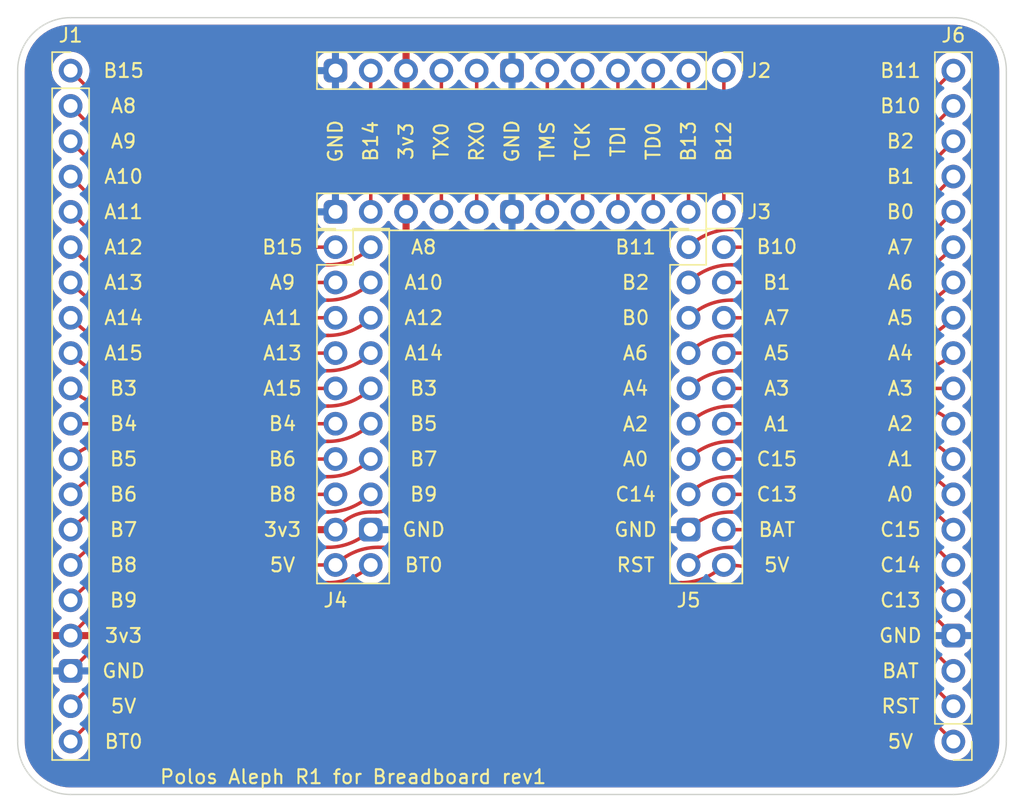
<source format=kicad_pcb>
(kicad_pcb (version 20211014) (generator pcbnew)
  (layers (0 "F.Cu" signal) (31 "B.Cu" signal) (34 "B.Paste" user) (35 "F.Paste" user) (36 "B.SilkS" user "B.Silkscreen") (37 "F.SilkS" user "F.Silkscreen") (38 "B.Mask" user) (39 "F.Mask" user) (44 "Edge.Cuts" user))
  (net 0 "")
  (net 1 "B15")
  (net 2 "A8")
  (net 3 "A9")
  (net 4 "A10")
  (net 5 "A11")
  (net 6 "A12")
  (net 7 "A13")
  (net 8 "A14")
  (net 9 "A15")
  (net 10 "B3")
  (net 11 "B4")
  (net 12 "B5")
  (net 13 "B6")
  (net 14 "B7")
  (net 15 "B8")
  (net 16 "B9")
  (net 17 "3v3")
  (net 18 "GND")
  (net 19 "5V")
  (net 20 "BT0")
  (net 21 "B12")
  (net 22 "B13")
  (net 23 "TDO")
  (net 24 "TDI")
  (net 25 "TCK")
  (net 26 "TMS")
  (net 27 "RX0")
  (net 28 "TX0")
  (net 29 "B14")
  (net 30 "B11")
  (net 31 "B10")
  (net 32 "B2")
  (net 33 "B1")
  (net 34 "B0")
  (net 35 "A7")
  (net 36 "A6")
  (net 37 "A5")
  (net 38 "A4")
  (net 39 "A3")
  (net 40 "A2")
  (net 41 "A1")
  (net 42 "A0")
  (net 43 "C15")
  (net 44 "C14")
  (net 45 "C13")
  (net 46 "BAT")
  (net 47 "RST")
  (footprint "Connector_PinHeader_2.54mm:PinHeader_1x12_P2.54mm_Vertical" (layer "F.Cu") (at 129.54 63.5 -90)
    (fp_text reference "J2" (at 0 -2.54) (layer "F.SilkS"))
    (fp_text value "Conn_01x12")
    (fp_line (start 1.33 1.27) (end 1.33 29.27) (layer "F.SilkS") (width 0.12))
    (fp_line (start -1.33 -1.33) (end 0 -1.33) (layer "F.SilkS") (width 0.12))
    (fp_line (start -1.33 0) (end -1.33 -1.33) (layer "F.SilkS") (width 0.12))
    (fp_line (start -1.33 29.27) (end 1.33 29.27) (layer "F.SilkS") (width 0.12))
    (fp_line (start -1.33 1.27) (end -1.33 29.27) (layer "F.SilkS") (width 0.12))
    (fp_line (start -1.33 1.27) (end 1.33 1.27) (layer "F.SilkS") (width 0.12))
    (pad "1" thru_hole circle (at 0 0 270) (size 1.7 1.7) (drill 1) (layers *.Cu *.Mask) (net 21 "B12"))
    (pad "2" thru_hole oval (at 0 2.54 270) (size 1.7 1.7) (drill 1) (layers *.Cu *.Mask) (net 22 "B13"))
    (pad "3" thru_hole oval (at 0 5.08 270) (size 1.7 1.7) (drill 1) (layers *.Cu *.Mask) (net 23 "TDO"))
    (pad "4" thru_hole oval (at 0 7.62 270) (size 1.7 1.7) (drill 1) (layers *.Cu *.Mask) (net 24 "TDI"))
    (pad "5" thru_hole oval (at 0 10.16 270) (size 1.7 1.7) (drill 1) (layers *.Cu *.Mask) (net 25 "TCK"))
    (pad "6" thru_hole oval (at 0 12.7 270) (size 1.7 1.7) (drill 1) (layers *.Cu *.Mask) (net 26 "TMS"))
    (pad "7" thru_hole roundrect (at 0 15.24 270) (size 1.7 1.7) (drill 1) (layers *.Cu *.Mask) (net 18 "GND"))
    (pad "8" thru_hole oval (at 0 17.78 270) (size 1.7 1.7) (drill 1) (layers *.Cu *.Mask) (net 27 "RX0"))
    (pad "9" thru_hole oval (at 0 20.32 270) (size 1.7 1.7) (drill 1) (layers *.Cu *.Mask) (net 28 "TX0"))
    (pad "10" thru_hole oval (at 0 22.86 270) (size 1.7 1.7) (drill 1) (layers *.Cu *.Mask) (net 17 "3v3"))
    (pad "11" thru_hole oval (at 0 25.4 270) (size 1.7 1.7) (drill 1) (layers *.Cu *.Mask) (net 29 "B14"))
    (pad "12" thru_hole roundrect (at 0 27.94 270) (size 1.7 1.7) (drill 1) (layers *.Cu *.Mask) (net 18 "GND"))
  )
  (footprint "Connector_PinHeader_2.54mm:PinHeader_1x12_P2.54mm_Vertical" (layer "F.Cu") (at 129.54 73.66 -90)
    (fp_text reference "J3" (at 0 -2.54) (layer "F.SilkS"))
    (fp_text value "Conn_01x12")
    (fp_line (start -1.33 1.27) (end 1.33 1.27) (layer "F.SilkS") (width 0.12))
    (fp_line (start -1.33 0) (end -1.33 -1.33) (layer "F.SilkS") (width 0.12))
    (fp_line (start -1.33 1.27) (end -1.33 29.27) (layer "F.SilkS") (width 0.12))
    (fp_line (start 1.33 1.27) (end 1.33 29.27) (layer "F.SilkS") (width 0.12))
    (fp_line (start -1.33 29.27) (end 1.33 29.27) (layer "F.SilkS") (width 0.12))
    (fp_line (start -1.33 -1.33) (end 0 -1.33) (layer "F.SilkS") (width 0.12))
    (pad "1" thru_hole circle (at 0 0 270) (size 1.7 1.7) (drill 1) (layers *.Cu *.Mask) (net 21 "B12"))
    (pad "2" thru_hole oval (at 0 2.54 270) (size 1.7 1.7) (drill 1) (layers *.Cu *.Mask) (net 22 "B13"))
    (pad "3" thru_hole oval (at 0 5.08 270) (size 1.7 1.7) (drill 1) (layers *.Cu *.Mask) (net 23 "TDO"))
    (pad "4" thru_hole oval (at 0 7.62 270) (size 1.7 1.7) (drill 1) (layers *.Cu *.Mask) (net 24 "TDI"))
    (pad "5" thru_hole oval (at 0 10.16 270) (size 1.7 1.7) (drill 1) (layers *.Cu *.Mask) (net 25 "TCK"))
    (pad "6" thru_hole oval (at 0 12.7 270) (size 1.7 1.7) (drill 1) (layers *.Cu *.Mask) (net 26 "TMS"))
    (pad "7" thru_hole roundrect (at 0 15.24 270) (size 1.7 1.7) (drill 1) (layers *.Cu *.Mask) (net 18 "GND"))
    (pad "8" thru_hole oval (at 0 17.78 270) (size 1.7 1.7) (drill 1) (layers *.Cu *.Mask) (net 27 "RX0"))
    (pad "9" thru_hole oval (at 0 20.32 270) (size 1.7 1.7) (drill 1) (layers *.Cu *.Mask) (net 28 "TX0"))
    (pad "10" thru_hole oval (at 0 22.86 270) (size 1.7 1.7) (drill 1) (layers *.Cu *.Mask) (net 17 "3v3"))
    (pad "11" thru_hole oval (at 0 25.4 270) (size 1.7 1.7) (drill 1) (layers *.Cu *.Mask) (net 29 "B14"))
    (pad "12" thru_hole roundrect (at 0 27.94 270) (size 1.7 1.7) (drill 1) (layers *.Cu *.Mask) (net 18 "GND"))
  )
  (footprint "Connector_PinHeader_2.54mm:PinHeader_2x10_P2.54mm_Vertical" (layer "F.Cu") (at 127 76.2)
    (fp_text reference "J5" (at 0 25.4) (layer "F.SilkS"))
    (fp_text value "Conn_02x10_Odd_Even")
    (fp_line (start 3.87 -1.33) (end 3.87 24.19) (layer "F.SilkS") (width 0.12))
    (fp_line (start -1.33 -1.33) (end 0 -1.33) (layer "F.SilkS") (width 0.12))
    (fp_line (start -1.33 1.27) (end -1.33 24.19) (layer "F.SilkS") (width 0.12))
    (fp_line (start -1.33 1.27) (end 1.27 1.27) (layer "F.SilkS") (width 0.12))
    (fp_line (start -1.33 24.19) (end 3.87 24.19) (layer "F.SilkS") (width 0.12))
    (fp_line (start 1.27 -1.33) (end 3.87 -1.33) (layer "F.SilkS") (width 0.12))
    (fp_line (start -1.33 0) (end -1.33 -1.33) (layer "F.SilkS") (width 0.12))
    (fp_line (start 1.27 1.27) (end 1.27 -1.33) (layer "F.SilkS") (width 0.12))
    (pad "1" thru_hole circle (at 0 0) (size 1.7 1.7) (drill 1) (layers *.Cu *.Mask) (net 30 "B11"))
    (pad "2" thru_hole oval (at 2.54 0) (size 1.7 1.7) (drill 1) (layers *.Cu *.Mask) (net 31 "B10"))
    (pad "3" thru_hole oval (at 0 2.54) (size 1.7 1.7) (drill 1) (layers *.Cu *.Mask) (net 32 "B2"))
    (pad "4" thru_hole oval (at 2.54 2.54) (size 1.7 1.7) (drill 1) (layers *.Cu *.Mask) (net 33 "B1"))
    (pad "5" thru_hole oval (at 0 5.08) (size 1.7 1.7) (drill 1) (layers *.Cu *.Mask) (net 34 "B0"))
    (pad "6" thru_hole oval (at 2.54 5.08) (size 1.7 1.7) (drill 1) (layers *.Cu *.Mask) (net 35 "A7"))
    (pad "7" thru_hole oval (at 0 7.62) (size 1.7 1.7) (drill 1) (layers *.Cu *.Mask) (net 36 "A6"))
    (pad "8" thru_hole oval (at 2.54 7.62) (size 1.7 1.7) (drill 1) (layers *.Cu *.Mask) (net 37 "A5"))
    (pad "9" thru_hole oval (at 0 10.16) (size 1.7 1.7) (drill 1) (layers *.Cu *.Mask) (net 38 "A4"))
    (pad "10" thru_hole oval (at 2.54 10.16) (size 1.7 1.7) (drill 1) (layers *.Cu *.Mask) (net 39 "A3"))
    (pad "11" thru_hole oval (at 0 12.7) (size 1.7 1.7) (drill 1) (layers *.Cu *.Mask) (net 40 "A2"))
    (pad "12" thru_hole oval (at 2.54 12.7) (size 1.7 1.7) (drill 1) (layers *.Cu *.Mask) (net 41 "A1"))
    (pad "13" thru_hole oval (at 0 15.24) (size 1.7 1.7) (drill 1) (layers *.Cu *.Mask) (net 42 "A0"))
    (pad "14" thru_hole oval (at 2.54 15.24) (size 1.7 1.7) (drill 1) (layers *.Cu *.Mask) (net 43 "C15"))
    (pad "15" thru_hole oval (at 0 17.78) (size 1.7 1.7) (drill 1) (layers *.Cu *.Mask) (net 44 "C14"))
    (pad "16" thru_hole oval (at 2.54 17.78) (size 1.7 1.7) (drill 1) (layers *.Cu *.Mask) (net 45 "C13"))
    (pad "17" thru_hole roundrect (at 0 20.32) (size 1.7 1.7) (drill 1) (layers *.Cu *.Mask) (net 18 "GND"))
    (pad "18" thru_hole oval (at 2.54 20.32) (size 1.7 1.7) (drill 1) (layers *.Cu *.Mask) (net 46 "BAT"))
    (pad "19" thru_hole oval (at 0 22.86) (size 1.7 1.7) (drill 1) (layers *.Cu *.Mask) (net 47 "RST"))
    (pad "20" thru_hole oval (at 2.54 22.86) (size 1.7 1.7) (drill 1) (layers *.Cu *.Mask) (net 19 "5V"))
  )
  (footprint "Connector_PinHeader_2.54mm:PinHeader_1x20_P2.54mm_Vertical" (layer "F.Cu") (at 82.55 63.5)
    (fp_text reference "J1" (at 0 -2.54) (layer "F.SilkS"))
    (fp_text value "Conn_01x20")
    (fp_line (start -1.33 1.27) (end 1.33 1.27) (layer "F.SilkS") (width 0.12))
    (fp_line (start -1.33 0) (end -1.33 -1.33) (layer "F.SilkS") (width 0.12))
    (fp_line (start 1.33 1.27) (end 1.33 49.59) (layer "F.SilkS") (width 0.12))
    (fp_line (start -1.33 49.59) (end 1.33 49.59) (layer "F.SilkS") (width 0.12))
    (fp_line (start -1.33 -1.33) (end 0 -1.33) (layer "F.SilkS") (width 0.12))
    (fp_line (start -1.33 1.27) (end -1.33 49.59) (layer "F.SilkS") (width 0.12))
    (pad "1" thru_hole circle (at 0 0) (size 1.7 1.7) (drill 1) (layers *.Cu *.Mask) (net 1 "B15"))
    (pad "2" thru_hole oval (at 0 2.54) (size 1.7 1.7) (drill 1) (layers *.Cu *.Mask) (net 2 "A8"))
    (pad "3" thru_hole oval (at 0 5.08) (size 1.7 1.7) (drill 1) (layers *.Cu *.Mask) (net 3 "A9"))
    (pad "4" thru_hole oval (at 0 7.62) (size 1.7 1.7) (drill 1) (layers *.Cu *.Mask) (net 4 "A10"))
    (pad "5" thru_hole oval (at 0 10.16) (size 1.7 1.7) (drill 1) (layers *.Cu *.Mask) (net 5 "A11"))
    (pad "6" thru_hole oval (at 0 12.7) (size 1.7 1.7) (drill 1) (layers *.Cu *.Mask) (net 6 "A12"))
    (pad "7" thru_hole oval (at 0 15.24) (size 1.7 1.7) (drill 1) (layers *.Cu *.Mask) (net 7 "A13"))
    (pad "8" thru_hole oval (at 0 17.78) (size 1.7 1.7) (drill 1) (layers *.Cu *.Mask) (net 8 "A14"))
    (pad "9" thru_hole oval (at 0 20.32) (size 1.7 1.7) (drill 1) (layers *.Cu *.Mask) (net 9 "A15"))
    (pad "10" thru_hole oval (at 0 22.86) (size 1.7 1.7) (drill 1) (layers *.Cu *.Mask) (net 10 "B3"))
    (pad "11" thru_hole oval (at 0 25.4) (size 1.7 1.7) (drill 1) (layers *.Cu *.Mask) (net 11 "B4"))
    (pad "12" thru_hole oval (at 0 27.94) (size 1.7 1.7) (drill 1) (layers *.Cu *.Mask) (net 12 "B5"))
    (pad "13" thru_hole oval (at 0 30.48) (size 1.7 1.7) (drill 1) (layers *.Cu *.Mask) (net 13 "B6"))
    (pad "14" thru_hole oval (at 0 33.02) (size 1.7 1.7) (drill 1) (layers *.Cu *.Mask) (net 14 "B7"))
    (pad "15" thru_hole oval (at 0 35.56) (size 1.7 1.7) (drill 1) (layers *.Cu *.Mask) (net 15 "B8"))
    (pad "16" thru_hole oval (at 0 38.1) (size 1.7 1.7) (drill 1) (layers *.Cu *.Mask) (net 16 "B9"))
    (pad "17" thru_hole oval (at 0 40.64) (size 1.7 1.7) (drill 1) (layers *.Cu *.Mask) (net 17 "3v3"))
    (pad "18" thru_hole roundrect (at 0 43.18) (size 1.7 1.7) (drill 1) (layers *.Cu *.Mask) (net 18 "GND"))
    (pad "19" thru_hole oval (at 0 45.72) (size 1.7 1.7) (drill 1) (layers *.Cu *.Mask) (net 19 "5V"))
    (pad "20" thru_hole oval (at 0 48.26) (size 1.7 1.7) (drill 1) (layers *.Cu *.Mask) (net 20 "BT0"))
  )
  (footprint "Connector_PinHeader_2.54mm:PinHeader_1x20_P2.54mm_Vertical" (layer "F.Cu") (at 146.05 111.76 180)
    (fp_text reference "J6" (at 0 50.8) (layer "F.SilkS"))
    (fp_text value "Conn_01x20")
    (fp_line (start -1.33 0) (end -1.33 -1.33) (layer "F.SilkS") (width 0.12))
    (fp_line (start -1.33 -1.33) (end 0 -1.33) (layer "F.SilkS") (width 0.12))
    (fp_line (start 1.33 1.27) (end 1.33 49.59) (layer "F.SilkS") (width 0.12))
    (fp_line (start -1.33 1.27) (end 1.33 1.27) (layer "F.SilkS") (width 0.12))
    (fp_line (start -1.33 49.59) (end 1.33 49.59) (layer "F.SilkS") (width 0.12))
    (fp_line (start -1.33 1.27) (end -1.33 49.59) (layer "F.SilkS") (width 0.12))
    (pad "1" thru_hole circle (at 0 0 180) (size 1.7 1.7) (drill 1) (layers *.Cu *.Mask) (net 19 "5V"))
    (pad "2" thru_hole oval (at 0 2.54 180) (size 1.7 1.7) (drill 1) (layers *.Cu *.Mask) (net 47 "RST"))
    (pad "3" thru_hole oval (at 0 5.08 180) (size 1.7 1.7) (drill 1) (layers *.Cu *.Mask) (net 46 "BAT"))
    (pad "4" thru_hole roundrect (at 0 7.62 180) (size 1.7 1.7) (drill 1) (layers *.Cu *.Mask) (net 18 "GND"))
    (pad "5" thru_hole oval (at 0 10.16 180) (size 1.7 1.7) (drill 1) (layers *.Cu *.Mask) (net 45 "C13"))
    (pad "6" thru_hole oval (at 0 12.7 180) (size 1.7 1.7) (drill 1) (layers *.Cu *.Mask) (net 44 "C14"))
    (pad "7" thru_hole oval (at 0 15.24 180) (size 1.7 1.7) (drill 1) (layers *.Cu *.Mask) (net 43 "C15"))
    (pad "8" thru_hole oval (at 0 17.78 180) (size 1.7 1.7) (drill 1) (layers *.Cu *.Mask) (net 42 "A0"))
    (pad "9" thru_hole oval (at 0 20.32 180) (size 1.7 1.7) (drill 1) (layers *.Cu *.Mask) (net 41 "A1"))
    (pad "10" thru_hole oval (at 0 22.86 180) (size 1.7 1.7) (drill 1) (layers *.Cu *.Mask) (net 40 "A2"))
    (pad "11" thru_hole oval (at 0 25.4 180) (size 1.7 1.7) (drill 1) (layers *.Cu *.Mask) (net 39 "A3"))
    (pad "12" thru_hole oval (at 0 27.94 180) (size 1.7 1.7) (drill 1) (layers *.Cu *.Mask) (net 38 "A4"))
    (pad "13" thru_hole oval (at 0 30.48 180) (size 1.7 1.7) (drill 1) (layers *.Cu *.Mask) (net 37 "A5"))
    (pad "14" thru_hole oval (at 0 33.02 180) (size 1.7 1.7) (drill 1) (layers *.Cu *.Mask) (net 36 "A6"))
    (pad "15" thru_hole oval (at 0 35.56 180) (size 1.7 1.7) (drill 1) (layers *.Cu *.Mask) (net 35 "A7"))
    (pad "16" thru_hole oval (at 0 38.1 180) (size 1.7 1.7) (drill 1) (layers *.Cu *.Mask) (net 34 "B0"))
    (pad "17" thru_hole oval (at 0 40.64 180) (size 1.7 1.7) (drill 1) (layers *.Cu *.Mask) (net 33 "B1"))
    (pad "18" thru_hole oval (at 0 43.18 180) (size 1.7 1.7) (drill 1) (layers *.Cu *.Mask) (net 32 "B2"))
    (pad "19" thru_hole oval (at 0 45.72 180) (size 1.7 1.7) (drill 1) (layers *.Cu *.Mask) (net 31 "B10"))
    (pad "20" thru_hole oval (at 0 48.26 180) (size 1.7 1.7) (drill 1) (layers *.Cu *.Mask) (net 30 "B11"))
  )
  (footprint "Connector_PinHeader_2.54mm:PinHeader_2x10_P2.54mm_Vertical" (layer "F.Cu") (at 101.6 76.2)
    (fp_text reference "J4" (at 0 25.4) (layer "F.SilkS"))
    (fp_text value "Conn_02x10_Odd_Even")
    (fp_line (start -1.33 1.27) (end 1.27 1.27) (layer "F.SilkS") (width 0.12))
    (fp_line (start 1.27 1.27) (end 1.27 -1.33) (layer "F.SilkS") (width 0.12))
    (fp_line (start -1.33 0) (end -1.33 -1.33) (layer "F.SilkS") (width 0.12))
    (fp_line (start 1.27 -1.33) (end 3.87 -1.33) (layer "F.SilkS") (width 0.12))
    (fp_line (start -1.33 24.19) (end 3.87 24.19) (layer "F.SilkS") (width 0.12))
    (fp_line (start -1.33 -1.33) (end 0 -1.33) (layer "F.SilkS") (width 0.12))
    (fp_line (start 3.87 -1.33) (end 3.87 24.19) (layer "F.SilkS") (width 0.12))
    (fp_line (start -1.33 1.27) (end -1.33 24.19) (layer "F.SilkS") (width 0.12))
    (pad "1" thru_hole circle (at 0 0) (size 1.7 1.7) (drill 1) (layers *.Cu *.Mask) (net 1 "B15"))
    (pad "2" thru_hole oval (at 2.54 0) (size 1.7 1.7) (drill 1) (layers *.Cu *.Mask) (net 2 "A8"))
    (pad "3" thru_hole oval (at 0 2.54) (size 1.7 1.7) (drill 1) (layers *.Cu *.Mask) (net 3 "A9"))
    (pad "4" thru_hole oval (at 2.54 2.54) (size 1.7 1.7) (drill 1) (layers *.Cu *.Mask) (net 4 "A10"))
    (pad "5" thru_hole oval (at 0 5.08) (size 1.7 1.7) (drill 1) (layers *.Cu *.Mask) (net 5 "A11"))
    (pad "6" thru_hole oval (at 2.54 5.08) (size 1.7 1.7) (drill 1) (layers *.Cu *.Mask) (net 6 "A12"))
    (pad "7" thru_hole oval (at 0 7.62) (size 1.7 1.7) (drill 1) (layers *.Cu *.Mask) (net 7 "A13"))
    (pad "8" thru_hole oval (at 2.54 7.62) (size 1.7 1.7) (drill 1) (layers *.Cu *.Mask) (net 8 "A14"))
    (pad "9" thru_hole oval (at 0 10.16) (size 1.7 1.7) (drill 1) (layers *.Cu *.Mask) (net 9 "A15"))
    (pad "10" thru_hole oval (at 2.54 10.16) (size 1.7 1.7) (drill 1) (layers *.Cu *.Mask) (net 10 "B3"))
    (pad "11" thru_hole oval (at 0 12.7) (size 1.7 1.7) (drill 1) (layers *.Cu *.Mask) (net 11 "B4"))
    (pad "12" thru_hole oval (at 2.54 12.7) (size 1.7 1.7) (drill 1) (layers *.Cu *.Mask) (net 12 "B5"))
    (pad "13" thru_hole oval (at 0 15.24) (size 1.7 1.7) (drill 1) (layers *.Cu *.Mask) (net 13 "B6"))
    (pad "14" thru_hole oval (at 2.54 15.24) (size 1.7 1.7) (drill 1) (layers *.Cu *.Mask) (net 14 "B7"))
    (pad "15" thru_hole oval (at 0 17.78) (size 1.7 1.7) (drill 1) (layers *.Cu *.Mask) (net 15 "B8"))
    (pad "16" thru_hole oval (at 2.54 17.78) (size 1.7 1.7) (drill 1) (layers *.Cu *.Mask) (net 16 "B9"))
    (pad "17" thru_hole oval (at 0 20.32) (size 1.7 1.7) (drill 1) (layers *.Cu *.Mask) (net 17 "3v3"))
    (pad "18" thru_hole roundrect (at 2.54 20.32) (size 1.7 1.7) (drill 1) (layers *.Cu *.Mask) (net 18 "GND"))
    (pad "19" thru_hole oval (at 0 22.86) (size 1.7 1.7) (drill 1) (layers *.Cu *.Mask) (net 19 "5V"))
    (pad "20" thru_hole oval (at 2.54 22.86) (size 1.7 1.7) (drill 1) (layers *.Cu *.Mask) (net 20 "BT0"))
  )
  (gr_arc (start 149.86 111.76) (mid 148.744077 114.454077) (end 146.05 115.57) (layer "Edge.Cuts") (width 0.1))
  (gr_line (start 78.74 111.76) (end 78.74 63.5) (layer "Edge.Cuts") (width 0.1))
  (gr_line (start 146.05 115.57) (end 82.55 115.57) (layer "Edge.Cuts") (width 0.1))
  (gr_line (start 82.55 59.69) (end 146.05 59.69) (layer "Edge.Cuts") (width 0.1))
  (gr_line (start 149.86 63.5) (end 149.86 111.76) (layer "Edge.Cuts") (width 0.1))
  (gr_arc (start 78.74 63.5) (mid 79.855923 60.805923) (end 82.55 59.69) (layer "Edge.Cuts") (width 0.1))
  (gr_arc (start 82.55 115.57) (mid 79.855923 114.454077) (end 78.74 111.76) (layer "Edge.Cuts") (width 0.1))
  (gr_arc (start 146.05 59.69) (mid 148.744077 60.805923) (end 149.86 63.5) (layer "Edge.Cuts") (width 0.1))
  (gr_text "A3" (at 133.35 86.36) (layer "F.SilkS") (effects (font (size 1 1))))
  (gr_text "TD0" (at 124.46 68.58 90) (layer "F.SilkS") (effects (font (size 1 1))))
  (gr_text "A10" (at 86.36 71.12) (layer "F.SilkS") (effects (font (size 1 1))))
  (gr_text "BT0" (at 86.36 111.76) (layer "F.SilkS") (effects (font (size 1 1))))
  (gr_text "B0" (at 123.19 81.28) (layer "F.SilkS") (effects (font (size 1 1))))
  (gr_text "TX0" (at 109.22 68.58 90) (layer "F.SilkS") (effects (font (size 1 1))))
  (gr_text "A4" (at 142.24 83.82) (layer "F.SilkS") (effects (font (size 1 1))))
  (gr_text "A6" (at 142.24 78.74) (layer "F.SilkS") (effects (font (size 1 1))))
  (gr_text "B9" (at 107.95 93.98) (layer "F.SilkS") (effects (font (size 1 1))))
  (gr_text "B0" (at 142.24 73.66) (layer "F.SilkS") (effects (font (size 1 1))))
  (gr_text "A15" (at 97.79 86.36) (layer "F.SilkS") (effects (font (size 1 1))))
  (gr_text "B11" (at 123.19 76.2) (layer "F.SilkS") (effects (font (size 1 1))))
  (gr_text "5V" (at 142.24 111.76) (layer "F.SilkS") (effects (font (size 1 1))))
  (gr_text "C14" (at 142.24 99.06) (layer "F.SilkS") (effects (font (size 1 1))))
  (gr_text "B7" (at 107.95 91.44) (layer "F.SilkS") (effects (font (size 1 1))))
  (gr_text "B13" (at 127 68.58 90) (layer "F.SilkS") (effects (font (size 1 1))))
  (gr_text "A2" (at 123.19 88.93) (layer "F.SilkS") (effects (font (size 1 1))))
  (gr_text "GND" (at 114.3 68.58 90) (layer "F.SilkS") (effects (font (size 1 1))))
  (gr_text "A13" (at 97.79 83.82) (layer "F.SilkS") (effects (font (size 1 1))))
  (gr_text "B4" (at 86.36 88.9) (layer "F.SilkS") (effects (font (size 1 1))))
  (gr_text "B3" (at 107.95 86.36) (layer "F.SilkS") (effects (font (size 1 1))))
  (gr_text "A11" (at 97.79 81.28) (layer "F.SilkS") (effects (font (size 1 1))))
  (gr_text "A11" (at 86.36 73.66) (layer "F.SilkS") (effects (font (size 1 1))))
  (gr_text "B10" (at 133.35 76.17) (layer "F.SilkS") (effects (font (size 1 1))))
  (gr_text "A6" (at 123.19 83.82) (layer "F.SilkS") (effects (font (size 1 1))))
  (gr_text "A9" (at 86.36 68.58) (layer "F.SilkS") (effects (font (size 1 1))))
  (gr_text "B15" (at 86.36 63.5) (layer "F.SilkS") (effects (font (size 1 1))))
  (gr_text "TMS" (at 116.84 68.58 90) (layer "F.SilkS") (effects (font (size 1 1))))
  (gr_text "B15" (at 97.79 76.2) (layer "F.SilkS") (effects (font (size 1 1))))
  (gr_text "B12" (at 129.54 68.58 90) (layer "F.SilkS") (effects (font (size 1 1))))
  (gr_text "B14" (at 104.14 68.58 90) (layer "F.SilkS") (effects (font (size 1 1))))
  (gr_text "RST" (at 123.19 99.06) (layer "F.SilkS") (effects (font (size 1 1))))
  (gr_text "B8" (at 86.36 99.06) (layer "F.SilkS") (effects (font (size 1 1))))
  (gr_text "B1" (at 142.24 71.12) (layer "F.SilkS") (effects (font (size 1 1))))
  (gr_text "C15" (at 133.35 91.44) (layer "F.SilkS") (effects (font (size 1 1))))
  (gr_text "A2" (at 142.24 88.9) (layer "F.SilkS") (effects (font (size 1 1))))
  (gr_text "BAT" (at 133.35 96.52) (layer "F.SilkS") (effects (font (size 1 1))))
  (gr_text "5V" (at 86.36 109.22) (layer "F.SilkS") (effects (font (size 1 1))))
  (gr_text "5V" (at 97.79 99.06) (layer "F.SilkS") (effects (font (size 1 1))))
  (gr_text "GND" (at 86.36 106.68) (layer "F.SilkS") (effects (font (size 1 1))))
  (gr_text "A13" (at 86.36 78.74) (layer "F.SilkS") (effects (font (size 1 1))))
  (gr_text "A12" (at 107.95 81.28) (layer "F.SilkS") (effects (font (size 1 1))))
  (gr_text "C15" (at 142.24 96.52) (layer "F.SilkS") (effects (font (size 1 1))))
  (gr_text "B4" (at 97.79 88.9) (layer "F.SilkS") (effects (font (size 1 1))))
  (gr_text "A0" (at 142.24 93.98) (layer "F.SilkS") (effects (font (size 1 1))))
  (gr_text "A12" (at 86.36 76.2) (layer "F.SilkS") (effects (font (size 1 1))))
  (gr_text "3v3" (at 106.68 68.58 90) (layer "F.SilkS") (effects (font (size 1 1))))
  (gr_text "BAT" (at 142.24 106.68) (layer "F.SilkS") (effects (font (size 1 1))))
  (gr_text "GND" (at 101.6 68.58 90) (layer "F.SilkS") (effects (font (size 1 1))))
  (gr_text "A4" (at 123.19 86.36) (layer "F.SilkS") (effects (font (size 1 1))))
  (gr_text "RST" (at 142.24 109.22) (layer "F.SilkS") (effects (font (size 1 1))))
  (gr_text "B6" (at 97.79 91.44) (layer "F.SilkS") (effects (font (size 1 1))))
  (gr_text "A1" (at 133.35 88.93) (layer "F.SilkS") (effects (font (size 1 1))))
  (gr_text "B2" (at 123.19 78.74) (layer "F.SilkS") (effects (font (size 1 1))))
  (gr_text "BT0" (at 107.95 99.06) (layer "F.SilkS") (effects (font (size 1 1))))
  (gr_text "GND" (at 123.19 96.52) (layer "F.SilkS") (effects (font (size 1 1))))
  (gr_text "A14" (at 107.95 83.82) (layer "F.SilkS") (effects (font (size 1 1))))
  (gr_text "TCK" (at 119.38 68.58 90) (layer "F.SilkS") (effects (font (size 1 1))))
  (gr_text "TDI" (at 121.92 68.58 90) (layer "F.SilkS") (effects (font (size 1 1))))
  (gr_text "B7" (at 86.36 96.52) (layer "F.SilkS") (effects (font (size 1 1))))
  (gr_text "A15" (at 86.36 83.82) (layer "F.SilkS") (effects (font (size 1 1))))
  (gr_text "RX0" (at 111.76 68.58 90) (layer "F.SilkS") (effects (font (size 1 1))))
  (gr_text "A1" (at 142.24 91.44) (layer "F.SilkS") (effects (font (size 1 1))))
  (gr_text "B5" (at 107.95 88.9) (layer "F.SilkS") (effects (font (size 1 1))))
  (gr_text "A5" (at 142.24 81.28) (layer "F.SilkS") (effects (font (size 1 1))))
  (gr_text "B8" (at 97.79 93.98) (layer "F.SilkS") (effects (font (size 1 1))))
  (gr_text "A10" (at 107.95 78.74) (layer "F.SilkS") (effects (font (size 1 1))))
  (gr_text "B1" (at 133.35 78.74) (layer "F.SilkS") (effects (font (size 1 1))))
  (gr_text "A14" (at 86.36 81.28) (layer "F.SilkS") (effects (font (size 1 1))))
  (gr_text "C13" (at 142.24 101.6) (layer "F.SilkS") (effects (font (size 1 1))))
  (gr_text "B3" (at 86.36 86.36) (layer "F.SilkS") (effects (font (size 1 1))))
  (gr_text "B2" (at 142.24 68.58) (layer "F.SilkS") (effects (font (size 1 1))))
  (gr_text "A7" (at 142.24 76.2) (layer "F.SilkS") (effects (font (size 1 1))))
  (gr_text "B10" (at 142.24 66.04) (layer "F.SilkS") (effects (font (size 1 1))))
  (gr_text "A0" (at 123.19 91.44) (layer "F.SilkS") (effects (font (size 1 1))))
  (gr_text "A3" (at 142.24 86.36) (layer "F.SilkS") (effects (font (size 1 1))))
  (gr_text "A9" (at 97.79 78.74) (layer "F.SilkS") (effects (font (size 1 1))))
  (gr_text "C14" (at 123.19 93.98) (layer "F.SilkS") (effects (font (size 1 1))))
  (gr_text "5V" (at 133.35 99.06) (layer "F.SilkS") (effects (font (size 1 1))))
  (gr_text "GND" (at 142.24 104.14) (layer "F.SilkS") (effects (font (size 1 1))))
  (gr_text "A5" (at 133.35 83.82) (layer "F.SilkS") (effects (font (size 1 1))))
  (gr_text "Polos Aleph R1 for Breadboard rev1" (at 102.87 114.3) (layer "F.SilkS") (effects (font (size 1 1))))
  (gr_text "A7" (at 133.35 81.28) (layer "F.SilkS") (effects (font (size 1 1))))
  (gr_text "B5" (at 86.36 91.44) (layer "F.SilkS") (effects (font (size 1 1))))
  (gr_text "GND" (at 107.95 96.52) (layer "F.SilkS") (effects (font (size 1 1))))
  (gr_text "A8" (at 107.95 76.2) (layer "F.SilkS") (effects (font (size 1 1))))
  (gr_text "C13" (at 133.35 93.98) (layer "F.SilkS") (effects (font (size 1 1))))
  (gr_text "B9" (at 86.36 101.6) (layer "F.SilkS") (effects (font (size 1 1))))
  (gr_text "B6" (at 86.36 93.98) (layer "F.SilkS") (effects (font (size 1 1))))
  (gr_text "3v3" (at 86.36 104.14) (layer "F.SilkS") (effects (font (size 1 1))))
  (gr_text "3v3" (at 97.79 96.52) (layer "F.SilkS") (effects (font (size 1 1))))
  (gr_text "B11" (at 142.24 63.5) (layer "F.SilkS") (effects (font (size 1 1))))
  (gr_text "A8" (at 86.36 66.04) (layer "F.SilkS") (effects (font (size 1 1))))
  (segment (start 92.555923 73.505923) (end 82.55 63.5) (width 0.25) (layer "F.Cu") (net 1))
  (segment (start 101.6 76.2) (end 99.06 76.2) (width 0.25) (layer "F.Cu") (net 1))
  (arc (start 99.06 76.2) (mid 95.540019 75.499832) (end 92.555923 73.505923) (width 0.25) (layer "F.Cu") (net 1))
  (segment (start 101.073949 77.47) (end 99.06 77.47) (width 0.25) (layer "F.Cu") (net 2))
  (segment (start 90.387897 73.877898) (end 82.55 66.04) (width 0.25) (layer "F.Cu") (net 2))
  (arc (start 99.06 77.47) (mid 94.366692 76.536443) (end 90.387897 73.877898) (width 0.25) (layer "F.Cu") (net 2))
  (arc (start 104.14 76.2) (mid 102.733284 77.139938) (end 101.073949 77.47) (width 0.25) (layer "F.Cu") (net 2))
  (segment (start 101.6 78.74) (end 99.06 78.74) (width 0.25) (layer "F.Cu") (net 3))
  (segment (start 88.219872 74.249872) (end 82.55 68.58) (width 0.25) (layer "F.Cu") (net 3))
  (arc (start 99.06 78.74) (mid 93.193365 77.573054) (end 88.219872 74.249872) (width 0.25) (layer "F.Cu") (net 3))
  (segment (start 101.073949 80.01) (end 99.06 80.01) (width 0.25) (layer "F.Cu") (net 4))
  (segment (start 86.051847 74.621846) (end 82.55 71.12) (width 0.25) (layer "F.Cu") (net 4))
  (arc (start 99.06 80.01) (mid 92.020038 78.609665) (end 86.051847 74.621846) (width 0.25) (layer "F.Cu") (net 4))
  (arc (start 104.14 78.74) (mid 102.733284 79.679938) (end 101.073949 80.01) (width 0.25) (layer "F.Cu") (net 4))
  (segment (start 83.88382 74.993821) (end 82.55 73.66) (width 0.25) (layer "F.Cu") (net 5))
  (segment (start 101.6 81.28) (end 99.06 81.28) (width 0.25) (layer "F.Cu") (net 5))
  (arc (start 99.06 81.28) (mid 90.846711 79.646275) (end 83.88382 74.993821) (width 0.25) (layer "F.Cu") (net 5))
  (segment (start 101.073949 82.55) (end 97.880256 82.55) (width 0.25) (layer "F.Cu") (net 6))
  (arc (start 104.14 81.28) (mid 102.733284 82.219938) (end 101.073949 82.55) (width 0.25) (layer "F.Cu") (net 6))
  (arc (start 97.880256 82.55) (mid 89.583581 80.899689) (end 82.55 76.2) (width 0.25) (layer "F.Cu") (net 6))
  (segment (start 101.6 83.82) (end 94.814204 83.82) (width 0.25) (layer "F.Cu") (net 7))
  (arc (start 94.814204 83.82) (mid 88.176864 82.499751) (end 82.55 78.74) (width 0.25) (layer "F.Cu") (net 7))
  (segment (start 101.073949 85.09) (end 91.748153 85.09) (width 0.25) (layer "F.Cu") (net 8))
  (arc (start 91.748153 85.09) (mid 86.770148 84.099813) (end 82.55 81.28) (width 0.25) (layer "F.Cu") (net 8))
  (arc (start 104.14 83.82) (mid 102.733284 84.759938) (end 101.073949 85.09) (width 0.25) (layer "F.Cu") (net 8))
  (segment (start 101.6 86.36) (end 88.682102 86.36) (width 0.25) (layer "F.Cu") (net 9))
  (arc (start 88.682102 86.36) (mid 85.363432 85.699876) (end 82.55 83.82) (width 0.25) (layer "F.Cu") (net 9))
  (segment (start 101.073949 87.63) (end 85.616051 87.63) (width 0.25) (layer "F.Cu") (net 10))
  (arc (start 104.14 86.36) (mid 102.733284 87.299938) (end 101.073949 87.63) (width 0.25) (layer "F.Cu") (net 10))
  (arc (start 85.616051 87.63) (mid 83.956716 87.299938) (end 82.55 86.36) (width 0.25) (layer "F.Cu") (net 10))
  (segment (start 101.6 88.9) (end 82.55 88.9) (width 0.25) (layer "F.Cu") (net 11))
  (segment (start 101.073949 90.17) (end 85.616051 90.17) (width 0.25) (layer "F.Cu") (net 12))
  (arc (start 104.14 88.9) (mid 102.733284 89.839938) (end 101.073949 90.17) (width 0.25) (layer "F.Cu") (net 12))
  (arc (start 85.616051 90.17) (mid 83.956717 90.500062) (end 82.55 91.44) (width 0.25) (layer "F.Cu") (net 12))
  (segment (start 101.6 91.44) (end 88.682102 91.44) (width 0.25) (layer "F.Cu") (net 13))
  (arc (start 88.682102 91.44) (mid 85.363433 92.100124) (end 82.55 93.98) (width 0.25) (layer "F.Cu") (net 13))
  (segment (start 101.073949 92.71) (end 91.748153 92.71) (width 0.25) (layer "F.Cu") (net 14))
  (arc (start 104.14 91.44) (mid 102.733284 92.379938) (end 101.073949 92.71) (width 0.25) (layer "F.Cu") (net 14))
  (arc (start 91.748153 92.71) (mid 86.770149 93.700187) (end 82.55 96.52) (width 0.25) (layer "F.Cu") (net 14))
  (segment (start 101.6 93.98) (end 94.814204 93.98) (width 0.25) (layer "F.Cu") (net 15))
  (arc (start 94.814204 93.98) (mid 88.176865 95.300249) (end 82.55 99.06) (width 0.25) (layer "F.Cu") (net 15))
  (segment (start 101.073949 95.25) (end 97.880256 95.25) (width 0.25) (layer "F.Cu") (net 16))
  (arc (start 97.880256 95.25) (mid 89.583582 96.900311) (end 82.55 101.6) (width 0.25) (layer "F.Cu") (net 16))
  (arc (start 104.14 93.98) (mid 102.733284 94.919938) (end 101.073949 95.25) (width 0.25) (layer "F.Cu") (net 16))
  (segment (start 104.14 95.25) (end 104.531701 95.25) (width 0.25) (layer "F.Cu") (net 17))
  (segment (start 83.88382 102.806179) (end 82.55 104.14) (width 0.25) (layer "F.Cu") (net 17))
  (segment (start 101.6 96.52) (end 99.06 96.52) (width 0.25) (layer "F.Cu") (net 17))
  (segment (start 106.68 93.101701) (end 106.68 73.66) (width 0.25) (layer "F.Cu") (net 17))
  (segment (start 101.6 96.52) (end 101.971974 96.148026) (width 0.25) (layer "F.Cu") (net 17))
  (segment (start 106.68 63.5) (end 106.68 73.66) (width 0.25) (layer "F.Cu") (net 17))
  (arc (start 99.06 96.52) (mid 90.846711 98.153725) (end 83.88382 102.806179) (width 0.25) (layer "F.Cu") (net 17))
  (arc (start 101.971974 96.148026) (mid 102.966672 95.483389) (end 104.14 95.25) (width 0.25) (layer "F.Cu") (net 17))
  (arc (start 104.531701 95.25) (mid 106.050778 94.620778) (end 106.68 93.101701) (width 0.25) (layer "F.Cu") (net 17))
  (segment (start 140.752103 98.842102) (end 146.05 104.14) (width 0.25) (layer "F.Cu") (net 18))
  (segment (start 130.066051 95.25) (end 132.08 95.25) (width 0.25) (layer "F.Cu") (net 18))
  (segment (start 101.073949 97.79) (end 99.06 97.79) (width 0.25) (layer "F.Cu") (net 18))
  (segment (start 86.051847 103.178154) (end 82.55 106.68) (width 0.25) (layer "F.Cu") (net 18))
  (arc (start 132.08 95.25) (mid 136.773308 96.183557) (end 140.752103 98.842102) (width 0.25) (layer "F.Cu") (net 18))
  (arc (start 99.06 97.79) (mid 92.020038 99.190335) (end 86.051847 103.178154) (width 0.25) (layer "F.Cu") (net 18))
  (arc (start 104.14 96.52) (mid 102.733284 97.459938) (end 101.073949 97.79) (width 0.25) (layer "F.Cu") (net 18))
  (arc (start 127 96.52) (mid 128.406716 95.580062) (end 130.066051 95.25) (width 0.25) (layer "F.Cu") (net 18))
  (segment (start 104.14 96.52) (end 127 96.52) (width 0.25) (layer "B.Cu") (net 18))
  (segment (start 114.3 73.66) (end 114.3 63.5) (width 0.25) (layer "B.Cu") (net 18))
  (segment (start 101.6 63.5) (end 101.6 73.66) (width 0.25) (layer "B.Cu") (net 18))
  (segment (start 112.503949 97.79) (end 104.666051 97.79) (width 0.25) (layer "F.Cu") (net 19))
  (segment (start 146.05 111.76) (end 136.044077 101.754077) (width 0.25) (layer "F.Cu") (net 19))
  (segment (start 126.473949 100.33) (end 118.636051 100.33) (width 0.25) (layer "F.Cu") (net 19))
  (segment (start 101.6 99.06) (end 99.06 99.06) (width 0.25) (layer "F.Cu") (net 19))
  (segment (start 88.219872 103.550128) (end 82.55 109.22) (width 0.25) (layer "F.Cu") (net 19))
  (arc (start 136.044077 101.754077) (mid 133.059981 99.760167) (end 129.54 99.06) (width 0.25) (layer "F.Cu") (net 19))
  (arc (start 115.57 99.06) (mid 114.163283 98.120063) (end 112.503949 97.79) (width 0.25) (layer "F.Cu") (net 19))
  (arc (start 104.666051 97.79) (mid 103.006716 98.120062) (end 101.6 99.06) (width 0.25) (layer "F.Cu") (net 19))
  (arc (start 99.06 99.06) (mid 93.193365 100.226946) (end 88.219872 103.550128) (width 0.25) (layer "F.Cu") (net 19))
  (arc (start 129.54 99.06) (mid 128.133284 99.999938) (end 126.473949 100.33) (width 0.25) (layer "F.Cu") (net 19))
  (arc (start 118.636051 100.33) (mid 116.976716 99.999938) (end 115.57 99.06) (width 0.25) (layer "F.Cu") (net 19))
  (segment (start 90.387897 103.922102) (end 82.55 111.76) (width 0.25) (layer "F.Cu") (net 20))
  (segment (start 101.073949 100.33) (end 99.06 100.33) (width 0.25) (layer "F.Cu") (net 20))
  (arc (start 104.14 99.06) (mid 102.733284 99.999938) (end 101.073949 100.33) (width 0.25) (layer "F.Cu") (net 20))
  (arc (start 99.06 100.33) (mid 94.366692 101.263557) (end 90.387897 103.922102) (width 0.25) (layer "F.Cu") (net 20))
  (segment (start 129.54 63.5) (end 129.54 73.66) (width 0.25) (layer "F.Cu") (net 21))
  (segment (start 127 73.66) (end 127 63.5) (width 0.25) (layer "F.Cu") (net 22))
  (segment (start 124.46 63.5) (end 124.46 73.66) (width 0.25) (layer "F.Cu") (net 23))
  (segment (start 121.92 73.66) (end 121.92 63.5) (width 0.25) (layer "F.Cu") (net 24))
  (segment (start 119.38 63.5) (end 119.38 73.66) (width 0.25) (layer "F.Cu") (net 25))
  (segment (start 116.84 73.66) (end 116.84 63.5) (width 0.25) (layer "F.Cu") (net 26))
  (segment (start 111.76 63.5) (end 111.76 73.66) (width 0.25) (layer "F.Cu") (net 27))
  (segment (start 109.22 73.66) (end 109.22 63.5) (width 0.25) (layer "F.Cu") (net 28))
  (segment (start 104.14 73.66) (end 104.14 63.5) (width 0.25) (layer "F.Cu") (net 29))
  (segment (start 136.416051 73.133949) (end 146.05 63.5) (width 0.25) (layer "F.Cu") (net 30))
  (segment (start 130.066051 74.93) (end 132.08 74.93) (width 0.25) (layer "F.Cu") (net 30))
  (arc (start 127 76.2) (mid 128.406716 75.260062) (end 130.066051 74.93) (width 0.25) (layer "F.Cu") (net 30))
  (arc (start 132.08 74.93) (mid 134.426654 74.463222) (end 136.416051 73.133949) (width 0.25) (layer "F.Cu") (net 30))
  (segment (start 138.584077 73.505923) (end 146.05 66.04) (width 0.25) (layer "F.Cu") (net 31))
  (segment (start 129.54 76.2) (end 132.08 76.2) (width 0.25) (layer "F.Cu") (net 31))
  (arc (start 132.08 76.2) (mid 135.599981 75.499832) (end 138.584077 73.505923) (width 0.25) (layer "F.Cu") (net 31))
  (segment (start 130.066051 77.47) (end 132.08 77.47) (width 0.25) (layer "F.Cu") (net 32))
  (segment (start 140.752103 73.877898) (end 146.05 68.58) (width 0.25) (layer "F.Cu") (net 32))
  (arc (start 132.08 77.47) (mid 136.773308 76.536443) (end 140.752103 73.877898) (width 0.25) (layer "F.Cu") (net 32))
  (arc (start 127 78.74) (mid 128.406716 77.800062) (end 130.066051 77.47) (width 0.25) (layer "F.Cu") (net 32))
  (segment (start 142.920128 74.249872) (end 146.05 71.12) (width 0.25) (layer "F.Cu") (net 33))
  (segment (start 129.54 78.74) (end 132.08 78.74) (width 0.25) (layer "F.Cu") (net 33))
  (arc (start 132.08 78.74) (mid 137.946635 77.573054) (end 142.920128 74.249872) (width 0.25) (layer "F.Cu") (net 33))
  (segment (start 130.066051 80.01) (end 132.08 80.01) (width 0.25) (layer "F.Cu") (net 34))
  (segment (start 145.088153 74.621846) (end 146.05 73.66) (width 0.25) (layer "F.Cu") (net 34))
  (arc (start 132.08 80.01) (mid 139.119962 78.609665) (end 145.088153 74.621846) (width 0.25) (layer "F.Cu") (net 34))
  (arc (start 127 81.28) (mid 128.406716 80.340062) (end 130.066051 80.01) (width 0.25) (layer "F.Cu") (net 34))
  (segment (start 129.54 81.28) (end 133.785796 81.28) (width 0.25) (layer "F.Cu") (net 35))
  (arc (start 133.785796 81.28) (mid 140.423135 79.959751) (end 146.05 76.2) (width 0.25) (layer "F.Cu") (net 35))
  (segment (start 130.066051 82.55) (end 136.851847 82.55) (width 0.25) (layer "F.Cu") (net 36))
  (arc (start 136.851847 82.55) (mid 141.829852 81.559813) (end 146.05 78.74) (width 0.25) (layer "F.Cu") (net 36))
  (arc (start 127 83.82) (mid 128.406716 82.880062) (end 130.066051 82.55) (width 0.25) (layer "F.Cu") (net 36))
  (segment (start 129.54 83.82) (end 139.917898 83.82) (width 0.25) (layer "F.Cu") (net 37))
  (arc (start 139.917898 83.82) (mid 143.236568 83.159875) (end 146.05 81.28) (width 0.25) (layer "F.Cu") (net 37))
  (segment (start 130.066051 85.09) (end 142.983949 85.09) (width 0.25) (layer "F.Cu") (net 38))
  (arc (start 142.983949 85.09) (mid 144.643284 84.759937) (end 146.05 83.82) (width 0.25) (layer "F.Cu") (net 38))
  (arc (start 127 86.36) (mid 128.406716 85.420062) (end 130.066051 85.09) (width 0.25) (layer "F.Cu") (net 38))
  (segment (start 129.54 86.36) (end 146.05 86.36) (width 0.25) (layer "F.Cu") (net 39))
  (segment (start 130.066051 87.63) (end 142.983949 87.63) (width 0.25) (layer "F.Cu") (net 40))
  (arc (start 127 88.9) (mid 128.406716 87.960062) (end 130.066051 87.63) (width 0.25) (layer "F.Cu") (net 40))
  (arc (start 142.983949 87.63) (mid 144.643283 87.960063) (end 146.05 88.9) (width 0.25) (layer "F.Cu") (net 40))
  (segment (start 129.54 88.9) (end 139.917898 88.9) (width 0.25) (layer "F.Cu") (net 41))
  (arc (start 139.917898 88.9) (mid 143.236567 89.560125) (end 146.05 91.44) (width 0.25) (layer "F.Cu") (net 41))
  (segment (start 130.066051 90.17) (end 136.851847 90.17) (width 0.25) (layer "F.Cu") (net 42))
  (arc (start 127 91.44) (mid 128.406716 90.500062) (end 130.066051 90.17) (width 0.25) (layer "F.Cu") (net 42))
  (arc (start 136.851847 90.17) (mid 141.829851 91.160187) (end 146.05 93.98) (width 0.25) (layer "F.Cu") (net 42))
  (segment (start 129.54 91.44) (end 133.785796 91.44) (width 0.25) (layer "F.Cu") (net 43))
  (arc (start 133.785796 91.44) (mid 140.423135 92.760249) (end 146.05 96.52) (width 0.25) (layer "F.Cu") (net 43))
  (segment (start 130.066051 92.71) (end 132.08 92.71) (width 0.25) (layer "F.Cu") (net 44))
  (segment (start 145.088153 98.098154) (end 146.05 99.06) (width 0.25) (layer "F.Cu") (net 44))
  (arc (start 127 93.98) (mid 128.406716 93.040062) (end 130.066051 92.71) (width 0.25) (layer "F.Cu") (net 44))
  (arc (start 132.08 92.71) (mid 139.119962 94.110335) (end 145.088153 98.098154) (width 0.25) (layer "F.Cu") (net 44))
  (segment (start 142.920128 98.470128) (end 146.05 101.6) (width 0.25) (layer "F.Cu") (net 45))
  (segment (start 129.54 93.98) (end 132.08 93.98) (width 0.25) (layer "F.Cu") (net 45))
  (arc (start 132.08 93.98) (mid 137.946635 95.146946) (end 142.920128 98.470128) (width 0.25) (layer "F.Cu") (net 45))
  (segment (start 138.584077 99.214077) (end 146.05 106.68) (width 0.25) (layer "F.Cu") (net 46))
  (segment (start 129.54 96.52) (end 132.08 96.52) (width 0.25) (layer "F.Cu") (net 46))
  (arc (start 132.08 96.52) (mid 135.599981 97.220168) (end 138.584077 99.214077) (width 0.25) (layer "F.Cu") (net 46))
  (segment (start 130.066051 97.79) (end 132.08 97.79) (width 0.25) (layer "F.Cu") (net 47))
  (segment (start 136.416051 99.586051) (end 146.05 109.22) (width 0.25) (layer "F.Cu") (net 47))
  (arc (start 132.08 97.79) (mid 134.426654 98.256778) (end 136.416051 99.586051) (width 0.25) (layer "F.Cu") (net 47))
  (arc (start 127 99.06) (mid 128.406716 98.120062) (end 130.066051 97.79) (width 0.25) (layer "F.Cu") (net 47))
  (zone (net 17) (net_name "3v3") (layer "F.Cu") (connect_pads (clearance 0.508)) (min_thickness 0.254) (fill yes (thermal_gap 0.508) (thermal_bridge_width 0.508))
    (polygon (pts (xy 151.13 116.84) (xy 77.47 116.84) (xy 77.47 58.42) (xy 151.13 58.42)))
  )
  (zone (net 18) (net_name "GND") (layer "B.Cu") (connect_pads (clearance 0.508)) (min_thickness 0.254) (fill yes (thermal_gap 0.508) (thermal_bridge_width 0.508))
    (polygon (pts (xy 151.13 116.84) (xy 77.47 116.84) (xy 77.47 58.42) (xy 151.13 58.42)))
  )
)
</source>
